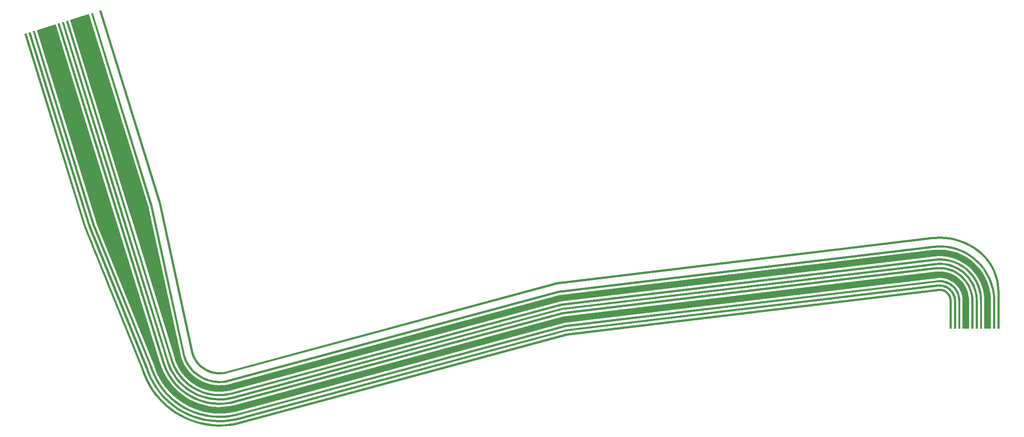
<source format=gbr>
G04 AutoGERB 2.0 for AutoCAD 14*
G04 RS274-X Output *
%FSLAX34Y34*%
%MOMM*%
%ADD12C,0.005000*%
%ADD13C,0.007000*%
G36*X2807556Y1227137D02*X2807556Y1311092D01*X2807269Y1319306*X2806417Y1327438*X2805001Y1335492*X2803029Y1343426*X2800510Y1351204*X2797456Y1358789*X2793882Y1366144*X2789806Y1373231*X2785246Y1380017*X2780225Y1386470*X2774767Y1392558*X2768910Y1398243*X2760543Y1405142*X2752419Y1410805*X2743910Y1415895*X2735067Y1420382*X2725933Y1424242*X2716554Y1427457*X2706973Y1430014*X2697237Y1431896*X2687395Y1433098*X2677534Y1433611*X2657948Y1432605*X1796408Y1328952*X1038320Y1124299*X1033788Y1123243*X1029150Y1122497*X1024472Y1122077*X1019776Y1121982*X1015085Y1122215*X1010421Y1122774*X1005807Y1123654*X1001266Y1124855*X996819Y1126367*X992487Y1128185*X988294Y1130301*X984257Y1132703*X980397Y1135379*X976733Y1138318*X973282Y1141504*X970060Y1144922*X967085Y1148557*X964369Y1152390*X961927Y1156402*X959769Y1160574*X957906Y1164889*X956298Y1169490*X961019Y1171138*X962567Y1166706*X964290Y1162717*X966288Y1158853*X968550Y1155139*X971064Y1151590*X973819Y1148225*X976801Y1145059*X979996Y1142109*X983390Y1139388*X986964Y1136910*X990701Y1134686*X994584Y1132728*X998594Y1131044*X1002711Y1129644*X1006916Y1128533*X1011188Y1127717*X1015506Y1127200*X1019849Y1126985*X1024197Y1127072*X1028529Y1127462*X1032823Y1128152*X1037101Y1129148*X1795453Y1333873*X2657521Y1437590*X2677535Y1438618*X2687828Y1438083*X2698016Y1436839*X2708094Y1434889*X2718011Y1432244*X2727720Y1428915*X2737174Y1424919*X2746327Y1420276*X2755136Y1415006*X2763568Y1409129*X2772247Y1401972*X2778374Y1396025*X2784064Y1389677*X2789299Y1382950*X2794053Y1375874*X2798303Y1368485*X2802029Y1360818*X2805213Y1352911*X2807840Y1344801*X2809896Y1336529*X2811372Y1328133*X2812260Y1319655*X2812555Y1311179*X2812555Y1227137*X2807556Y1227137*G37*G36*X2697556Y1227137D02*X2697556Y1291092D01*X2697499Y1292700*X2697336Y1294258*X2697065Y1295800*X2696687Y1297319*X2696205Y1298808*X2695620Y1300261*X2694936Y1301668*X2694155Y1303025*X2693282Y1304325*X2692320Y1305561*X2691276Y1306727*X2690152Y1307817*X2688956Y1308827*X2687692Y1309751*X2686367Y1310584*X2684986Y1311324*X2683559Y1311966*X2682090Y1312506*X2680586Y1312944*X2679057Y1313276*X2677507Y1313500*X2675945Y1313617*X2674393Y1313624*X2672311Y1313469*X1819331Y1210845*X1069596Y1008446*X1056931Y1005495*X1044049Y1003425*X1031054Y1002257*X1018009Y1001995*X1004977Y1002641*X992022Y1004192*X979206Y1006639*X966592Y1009973*X954240Y1014175*X942209Y1019226*X930560Y1025102*X919347Y1031773*X908625Y1039208*X898447Y1047371*X888860Y1056222*X879912Y1065717*X871647Y1075813*X864103Y1086458*X857318Y1097603*X851325Y1109192*X846151Y1121173*X841631Y1134113*X846352Y1135761*X850812Y1122990*X855846Y1111335*X861679Y1100054*X868284Y1089207*X875626Y1078846*X883671Y1069020*X892379Y1059777*X901710Y1051162*X911618Y1043217*X922054Y1035980*X932967Y1029487*X944306Y1023769*X956015Y1018852*X968037Y1014762*X980315Y1011518*X992789Y1009135*X1005398Y1007626*X1018082Y1006998*X1030779Y1007252*X1043428Y1008390*X1055966Y1010404*X1068377Y1013295*X1818376Y1215766*X2671826Y1318446*X2674218Y1318625*X2676144Y1318616*X2678052Y1318473*X2679946Y1318199*X2681817Y1317793*X2683653Y1317259*X2685450Y1316597*X2687195Y1315813*X2688882Y1314909*X2690501Y1313890*X2692047Y1312760*X2693509Y1311526*X2694883Y1310194*X2696161Y1308768*X2697335Y1307258*X2698402Y1305670*X2699357Y1304011*X2700193Y1302290*X2700908Y1300515*X2701498Y1298694*X2701960Y1296837*X2702291Y1294951*X2702490Y1293049*X2702555Y1291179*X2702555Y1227137*X2697556Y1227137*G37*G36*X2707556Y1227137D02*X2707556Y1291092D01*X2707475Y1293395*X2707239Y1295646*X2706848Y1297872*X2706302Y1300067*X2705606Y1302218*X2704761Y1304316*X2703772Y1306350*X2702645Y1308311*X2701384Y1310188*X2699995Y1311972*X2698485Y1313656*X2696863Y1315231*X2695134Y1316690*X2693309Y1318024*X2691394Y1319228*X2689401Y1320297*X2687338Y1321224*X2685216Y1322005*X2683045Y1322637*X2680834Y1323116*X2678597Y1323441*X2676341Y1323609*X2674093Y1323620*X2671117Y1323397*X1817421Y1220687*X1066989Y1018100*X1055002Y1015307*X1042807Y1013348*X1030505Y1012242*X1018156Y1011994*X1005820Y1012606*X993555Y1014074*X981423Y1016390*X969482Y1019546*X957788Y1023524*X946399Y1028306*X935371Y1033868*X924756Y1040184*X914606Y1047222*X904971Y1054950*X895896Y1063328*X887424Y1072317*X879600Y1081875*X872458Y1091953*X866036Y1102503*X860362Y1113474*X855464Y1124816*X851187Y1137061*X855908Y1138709*X860125Y1126633*X864883Y1115617*X870397Y1104954*X876639Y1094702*X883579Y1084908*X891183Y1075620*X899415Y1066883*X908234Y1058741*X917599Y1051231*X927463Y1044391*X937778Y1038253*X948496Y1032849*X959563Y1028201*X970927Y1024335*X982532Y1021269*X994322Y1019017*X1006241Y1017591*X1018229Y1016997*X1030230Y1017237*X1042186Y1018313*X1054037Y1020216*X1065770Y1022949*X1816466Y1225608*X2670632Y1328374*X2673918Y1328621*X2676540Y1328608*X2679142Y1328414*X2681725Y1328039*X2684274Y1327486*X2686781Y1326758*X2689229Y1325855*X2691610Y1324786*X2693909Y1323553*X2696118Y1322163*X2698225Y1320623*X2700220Y1318940*X2702092Y1317123*X2703834Y1315181*X2705437Y1313121*X2706892Y1310954*X2708193Y1308693*X2709334Y1306345*X2710309Y1303925*X2711113Y1301442*X2711743Y1298909*X2712194Y1296339*X2712466Y1293744*X2712555Y1291179*X2712555Y1227137*X2707556Y1227137*G37*G36*X2717556Y1227137D02*X2717556Y1291092D01*X2717451Y1294091*X2717142Y1297032*X2716630Y1299945*X2715917Y1302815*X2715006Y1305629*X2713902Y1308372*X2712609Y1311031*X2711134Y1313595*X2709485Y1316050*X2707669Y1318384*X2705695Y1320586*X2703573Y1322646*X2701313Y1324552*X2698925Y1326298*X2696422Y1327872*X2693815Y1329270*X2691118Y1330481*X2688342Y1331503*X2685503Y1332330*X2682614Y1332957*X2679687Y1333381*X2676737Y1333601*X2673793Y1333615*X2669922Y1333325*X1815510Y1230529*X1064383Y1027755*X1053074Y1025120*X1041565Y1023271*X1029957Y1022227*X1018304Y1021993*X1006662Y1022570*X995089Y1023956*X983640Y1026142*X972371Y1029120*X961336Y1032874*X950589Y1037386*X940182Y1042635*X930165Y1048595*X920587Y1055237*X911495Y1062529*X902931Y1070435*X894937Y1078918*X887553Y1087937*X880814Y1097447*X874753Y1107403*X869399Y1117755*X864777Y1128459*X860743Y1140010*X865464Y1141657*X869438Y1130276*X873920Y1119898*X879114Y1109854*X884995Y1100196*X891532Y1090970*X898696Y1082221*X906450Y1073990*X914758Y1066320*X923580Y1059246*X932872Y1052802*X942589Y1047020*X952686Y1041929*X963111Y1037551*X973816Y1033909*X984749Y1031021*X995856Y1028899*X1007083Y1027555*X1018377Y1026996*X1029682Y1027222*X1040944Y1028236*X1052109Y1030029*X1063164Y1032604*X1814555Y1235450*X2669437Y1338302*X2673618Y1338616*X2676936Y1338600*X2680232Y1338354*X2683503Y1337880*X2686734Y1337179*X2689907Y1336256*X2693009Y1335114*X2696024Y1333759*X2698937Y1332197*X2701734Y1330437*X2704404Y1328487*X2706930Y1326355*X2709302Y1324053*X2711508Y1321591*X2713538Y1318983*X2715381Y1316240*X2717030Y1313374*X2718475Y1310401*X2719709Y1307334*X2720728Y1304190*X2721525Y1300982*X2722097Y1297727*X2722442Y1294440*X2722555Y1291179*X2722555Y1227137*X2717556Y1227137*G37*G36*X2797556Y1227137D02*X2797556Y1291092D01*X2797257Y1299655*X2796369Y1308132*X2794893Y1316528*X2792837Y1324800*X2790211Y1332909*X2787027Y1340817*X2783300Y1348483*X2779050Y1355873*X2774296Y1362948*X2769062Y1369676*X2763372Y1376023*X2757255Y1381960*X2750740Y1387457*X2743858Y1392487*X2736643Y1397026*X2729129Y1401053*X2721355Y1404547*X2713355Y1407492*X2705171Y1409874*X2696841Y1411681*X2688405Y1412904*X2679904Y1413538*X2671392Y1413578*X2660366Y1412753*X1800228Y1309268*X1043533Y1104990*X1037645Y1103618*X1031633Y1102652*X1025569Y1102107*X1019482Y1101984*X1013400Y1102286*X1007354Y1103010*X1001373Y1104152*X995487Y1105708*X989722Y1107669*X984108Y1110025*X978672Y1112768*X973438Y1115881*X968435Y1119351*X963686Y1123160*X959212Y1127291*X955036Y1131721*X951178Y1136433*X947658Y1141401*X944492Y1146602*X941695Y1152010*X939280Y1157603*X937187Y1163594*X941908Y1165242*X943941Y1159420*X946216Y1154153*X948853Y1149053*X951839Y1144150*X955157Y1139466*X958795Y1135024*X962731Y1130846*X966949Y1126951*X971428Y1123360*X976145Y1120088*X981079Y1117153*X986205Y1114568*X991497Y1112346*X996932Y1110497*X1002482Y1109031*X1008121Y1107953*X1013821Y1107271*X1019555Y1106987*X1025294Y1107102*X1031012Y1107617*X1036680Y1108527*X1042314Y1109839*X1799273Y1314189*X2659881Y1417730*X2671217Y1418579*X2680101Y1418537*X2688950Y1417877*X2697730Y1416604*X2706400Y1414723*X2714920Y1412245*X2723246Y1409178*X2731338Y1405542*X2739158Y1401351*X2746667Y1396626*X2753831Y1391390*X2760612Y1385669*X2766979Y1379490*X2772901Y1372883*X2778349Y1365881*X2783297Y1358516*X2787721Y1350826*X2791600Y1342846*X2794914Y1334616*X2797648Y1326175*X2799788Y1317565*X2801324Y1308827*X2802248Y1300002*X2802555Y1291179*X2802555Y1227137*X2797556Y1227137*G37*G36*X2777556Y1227137D02*X2777556Y1291005D01*X2777302Y1298264*X2776560Y1305357*X2775324Y1312382*X2773604Y1319303*X2771407Y1326089*X2768743Y1332705*X2765625Y1339119*X2762069Y1345301*X2758091Y1351222*X2753711Y1356851*X2748951Y1362162*X2743833Y1367128*X2738381Y1371728*X2732622Y1375936*X2726586Y1379734*X2720300Y1383104*X2713794Y1386028*X2707101Y1388492*X2700254Y1390485*X2693283Y1391997*X2686224Y1393021*X2679113Y1393551*X2672017Y1393584*X2662644Y1392882*X1804049Y1289583*X1048661Y1085658*X1041503Y1083991*X1034117Y1082804*X1026666Y1082134*X1019187Y1081984*X1011716Y1082354*X1004287Y1083243*X996939Y1084647*X989707Y1086557*X982625Y1088967*X975727Y1091862*X969048Y1095232*X962620Y1099056*X956471Y1103319*X950636Y1108000*X945139Y1113074*X940009Y1118519*X935270Y1124307*X930944Y1130411*X927055Y1136800*X923618Y1143445*X920648Y1150321*X918133Y1157525*X932296Y1162466*X934633Y1155774*X937181Y1149872*X940138Y1144155*X943485Y1138658*X947207Y1133406*X951284Y1128426*X955698Y1123741*X960427Y1119375*X965448Y1115348*X970737Y1111681*X976269Y1108389*X982016Y1105491*X987950Y1103000*X994044Y1100926*X1000266Y1099282*X1006588Y1098074*X1012979Y1097309*X1019408Y1096991*X1025843Y1097121*X1032254Y1097697*X1038608Y1098718*X1045004Y1100207*X1801184Y1304346*X2661187Y1407815*X2671492Y1408587*X2679706Y1408548*X2687861Y1407940*X2695952Y1406766*X2703943Y1405034*X2711794Y1402749*X2719467Y1399923*X2726925Y1396571*X2734133Y1392709*X2741053Y1388355*X2747654Y1383529*X2753904Y1378257*X2759772Y1372563*X2765230Y1366474*X2770250Y1360021*X2774810Y1353234*X2778888Y1346146*X2782462Y1338792*X2785516Y1331206*X2788035Y1323428*X2790007Y1315493*X2791423Y1307440*X2792275Y1299307*X2792555Y1291266*X2792555Y1227137*X2777556Y1227137*G37*G36*X2727556Y1227137D02*X2727556Y1291004D01*X2727423Y1294786*X2727042Y1298420*X2726411Y1302018*X2725529Y1305561*X2724404Y1309038*X2723040Y1312426*X2721442Y1315712*X2719622Y1318878*X2717584Y1321909*X2715340Y1324793*X2712903Y1327513*X2710281Y1330057*X2707489Y1332413*X2704539Y1334569*X2701447Y1336515*X2698229Y1338239*X2694896Y1339737*X2691468Y1340999*X2687960Y1342020*X2684391Y1342795*X2680776Y1343319*X2677134Y1343590*X2673518Y1343607*X2668617Y1343240*X1813600Y1240372*X1061693Y1037386*X1051146Y1034929*X1040324Y1033191*X1029408Y1032209*X1018450Y1031989*X1007504Y1032532*X996621Y1033834*X985856Y1035891*X975259Y1038690*X964884Y1042220*X954778Y1046463*X944992Y1051398*X935573Y1057003*X926566Y1063248*X918016Y1070105*X909963Y1077540*X902447Y1085517*X895504Y1093997*X889167Y1102939*X883468Y1112301*X878433Y1122036*X874084Y1132106*X870356Y1142783*X884518Y1147726*X888069Y1137559*X891996Y1128463*X896551Y1119656*X901708Y1111186*X907441Y1103096*X913722Y1095424*X920522Y1088207*X927807Y1081480*X935543Y1075277*X943692Y1069626*X952213Y1064557*X961067Y1060092*X970209Y1056253*X979596Y1053059*X989183Y1050526*X998922Y1048665*X1008767Y1047487*X1018671Y1046996*X1028585Y1047196*X1038461Y1048084*X1048251Y1049656*X1058036Y1051935*X1810735Y1255135*X2667160Y1358173*X2672993Y1358610*X2677727Y1358587*X2682411Y1358238*X2687060Y1357564*X2691651Y1356569*X2696161Y1355256*X2700569Y1353632*X2704854Y1351708*X2708994Y1349488*X2712970Y1346986*X2716762Y1344214*X2720352Y1341186*X2723724Y1337914*X2726859Y1334416*X2729743Y1330710*X2732363Y1326811*X2734705Y1322739*X2736759Y1318513*X2738513Y1314155*X2739960Y1309688*X2741094Y1305129*X2741907Y1300501*X2742396Y1295831*X2742555Y1291267*X2742555Y1227137*X2727556Y1227137*G37*G36*X2747556Y1227137D02*X2747556Y1291092D01*X2747378Y1296177*X2746852Y1301196*X2745979Y1306164*X2744762Y1311060*X2743208Y1315859*X2741323Y1320539*X2739118Y1325077*X2736603Y1329449*X2733789Y1333637*X2730691Y1337619*X2727324Y1341375*X2723704Y1344889*X2719848Y1348141*X2715775Y1351119*X2711505Y1353805*X2707058Y1356188*X2702457Y1358257*X2697723Y1359999*X2692879Y1361409*X2687949Y1362478*X2682956Y1363202*X2677924Y1363577*X2672892Y1363601*X2666339Y1363111*X1809780Y1260056*X1056564Y1056718*X1047288Y1054557*X1037841Y1053039*X1028312Y1052182*X1018745Y1051990*X1009189Y1052464*X999688Y1053601*X990290Y1055395*X981040Y1057840*X971981Y1060922*X963158Y1064626*X954616Y1068935*X946393Y1073826*X938530Y1079279*X931066Y1085266*X924036Y1091756*X917474Y1098719*X911413Y1106123*X905880Y1113930*X900905Y1122103*X896510Y1130601*X892715Y1139388*X889409Y1148853*X894130Y1150501*X897376Y1141205*X901031Y1132744*X905266Y1124554*X910061Y1116679*X915392Y1109156*X921233Y1102022*X927555Y1095311*X934329Y1089057*X941523Y1083288*X949100Y1078035*X957023Y1073320*X965255Y1069169*X973756Y1065599*X982485Y1062629*X991399Y1060274*X1000455Y1058544*X1009610Y1057449*X1018818Y1056993*X1028037Y1057177*X1037220Y1058004*X1046323Y1059466*X1055345Y1061567*X1808825Y1264977*X2665854Y1368088*X2672717Y1368602*X2678123Y1368576*X2683501Y1368175*X2688838Y1367401*X2694108Y1366258*X2699286Y1364752*X2704348Y1362888*X2709267Y1360677*X2714020Y1358130*X2718584Y1355258*X2722939Y1352076*X2727061Y1348598*X2730931Y1344842*X2734530Y1340826*X2737842Y1336570*X2740850Y1332094*X2743539Y1327418*X2745896Y1322568*X2747911Y1317566*X2749573Y1312435*X2750874Y1307201*X2751807Y1301889*X2752369Y1296526*X2752555Y1291179*X2752555Y1227137*X2747556Y1227137*G37*G36*X2757556Y1227137D02*X2757556Y1291092D01*X2757354Y1296874*X2756756Y1302582*X2755761Y1308237*X2754377Y1313808*X2752608Y1319269*X2750464Y1324595*X2747955Y1329757*X2745092Y1334734*X2741891Y1339499*X2738366Y1344030*X2734534Y1348305*X2730414Y1352303*X2726026Y1356005*X2721391Y1359392*X2716533Y1362449*X2711472Y1365161*X2706236Y1367515*X2700849Y1369497*X2695337Y1371102*X2689727Y1372319*X2684046Y1373143*X2678320Y1373569*X2672592Y1373597*X2665144Y1373039*X1807869Y1269899*X1053958Y1066372*X1045360Y1064369*X1036599Y1062961*X1027763Y1062167*X1018893Y1061989*X1010031Y1062428*X1001221Y1063483*X992507Y1065147*X983929Y1067414*X975529Y1070271*X967348Y1073706*X959427Y1077701*X951802Y1082238*X944511Y1087294*X937590Y1092845*X931071Y1098863*X924986Y1105320*X919366Y1112185*X914236Y1119424*X909622Y1127003*X905547Y1134883*X902028Y1143031*X898965Y1151802*X903686Y1153449*X906689Y1144848*X910068Y1137026*X913983Y1129454*X918417Y1122173*X923345Y1115218*X928745Y1108623*X934590Y1102418*X940853Y1096636*X947504Y1091303*X954509Y1086445*X961834Y1082086*X969445Y1078249*X977304Y1074948*X985374Y1072203*X993616Y1070026*X1001988Y1068426*X1010452Y1067413*X1018966Y1066992*X1027488Y1067162*X1035978Y1067926*X1044395Y1069278*X1052739Y1071221*X1806914Y1274820*X2664659Y1378016*X2672417Y1378598*X2678519Y1378568*X2684591Y1378116*X2690616Y1377242*X2696568Y1375951*X2702414Y1374250*X2708127Y1372146*X2713681Y1369650*X2719048Y1366774*X2724202Y1363531*X2729117Y1359938*X2733771Y1356012*X2738141Y1351772*X2742205Y1347237*X2745944Y1342432*X2749339Y1337377*X2752376Y1332100*X2755037Y1326624*X2757311Y1320976*X2759188Y1315183*X2760656Y1309274*X2761711Y1303277*X2762345Y1297221*X2762555Y1291179*X2762555Y1227137*X2757556Y1227137*G37*G36*X2767556Y1227137D02*X2767556Y1291092D01*X2767330Y1297569*X2766659Y1303970*X2765544Y1310309*X2763992Y1316556*X2762009Y1322679*X2759605Y1328650*X2756791Y1334439*X2753582Y1340018*X2749992Y1345361*X2746040Y1350442*X2741743Y1355234*X2737124Y1359717*X2732204Y1363868*X2727009Y1367666*X2721560Y1371093*X2715887Y1374134*X2710016Y1376773*X2703975Y1378996*X2697796Y1380795*X2691506Y1382159*X2685135Y1383083*X2678716Y1383561*X2672292Y1383592*X2663950Y1382967*X1805959Y1279741*X1051352Y1076027*X1043431Y1074181*X1035358Y1072884*X1027215Y1072152*X1019040Y1071988*X1010873Y1072393*X1002755Y1073365*X994723Y1074898*X986818Y1076987*X979078Y1079621*X971539Y1082786*X964238Y1086468*X957211Y1090649*X950492Y1095308*X944114Y1100423*X938106Y1105970*X932498Y1111920*X927319Y1118247*X922591Y1124918*X918340Y1131902*X914584Y1139165*X911341Y1146674*X908520Y1154749*X913241Y1156397*X916002Y1148491*X919105Y1141308*X922701Y1134353*X926772Y1127667*X931298Y1121280*X936257Y1115223*X941625Y1109525*X947377Y1104214*X953485Y1099317*X959918Y1094856*X966645Y1090853*X973634Y1087329*X980853Y1084298*X988263Y1081776*X995832Y1079777*X1003522Y1078308*X1011294Y1077378*X1019113Y1076991*X1026940Y1077147*X1034737Y1077849*X1042466Y1079090*X1050133Y1080876*X1805004Y1284662*X2663465Y1387944*X2672117Y1388593*X2678915Y1388560*X2685680Y1388056*X2692395Y1387082*X2699025Y1385644*X2705540Y1383749*X2711907Y1381404*X2718096Y1378623*X2724075Y1375418*X2729818Y1371805*X2735295Y1367801*X2740481Y1363426*X2745350Y1358701*X2749879Y1353649*X2754045Y1348294*X2757829Y1342663*X2761212Y1336782*X2764178Y1330679*X2766712Y1324386*X2768803Y1317931*X2770439Y1311346*X2771614Y1304665*X2772321Y1297916*X2772555Y1291179*X2772555Y1227137*X2767556Y1227137*G37*G36*X857832Y1505535D02*X932801Y1160370D01*X918420Y1156600*X814304Y1494116*X857832Y1505535*G37*G36*X886289Y1515098D02*X961102Y1170845D01*X956215Y1169784*X881403Y1514036*X886289Y1515098*G37*G36*X867178Y1509202D02*X941991Y1164949D01*X937104Y1163888*X862292Y1508140*X867178Y1509202*G37*G36*X809789Y1491720D02*X913269Y1156310D01*X908491Y1154837*X805012Y1490246*X809789Y1491720*G37*G36*X800234Y1488771D02*X903714Y1153362D01*X898936Y1151889*X795457Y1487297*X800234Y1488771*G37*G36*X790678Y1485823D02*X894158Y1150414D01*X889380Y1148941*X785901Y1484349*X790678Y1485823*G37*G36*X577414Y1905710D02*X714234Y1462239D01*X709456Y1460766*X572637Y1904236*X577414Y1905710*G37*G36*X586970Y1908658D02*X723789Y1465187D01*X719011Y1463714*X582193Y1907184*X586970Y1908658*G37*G36*X596525Y1911606D02*X733345Y1468135D01*X728567Y1466662*X591748Y1910132*X596525Y1911606*G37*G36*X644304Y1926346D02*X782028Y1479942D01*X739026Y1466684*X601304Y1913079*X644304Y1926346*G37*G36*X653859Y1929295D02*X790678Y1485823D01*X785900Y1484350*X649082Y1927821*X653859Y1929295*G37*G36*X871298Y1140450D02*X738425Y1468699D01*X780822Y1483781*X885231Y1145409*X871298Y1140450*G37*G36*X733274Y1468336D02*X866451Y1139224D01*X861816Y1137349*X728639Y1466461*X733274Y1468336*G37*G36*X723718Y1465388D02*X856964Y1136106D01*X852329Y1134231*X719083Y1463513*X723718Y1465388*G37*G36*X714163Y1462440D02*X846309Y1135875D01*X841674Y1134000*X709528Y1460565*X714163Y1462440*G37*G36*X749414Y1958776D02*X886234Y1515304D01*X881456Y1513831*X744637Y1957302*X749414Y1958776*G37*G36*X730303Y1952879D02*X867123Y1509408D01*X862345Y1507935*X725526Y1951405*X730303Y1952879*G37*G36*X720748Y1949930D02*X858348Y1503932D01*X815346Y1490673*X677748Y1936663*X720748Y1949930*G37*G36*X663414Y1932243D02*X800234Y1488771D01*X795456Y1487298*X658637Y1930769*X663414Y1932243*G37*G36*X672970Y1935191D02*X809789Y1491720D01*X805011Y1490247*X668193Y1933717*X672970Y1935191*G37*M02*
</source>
